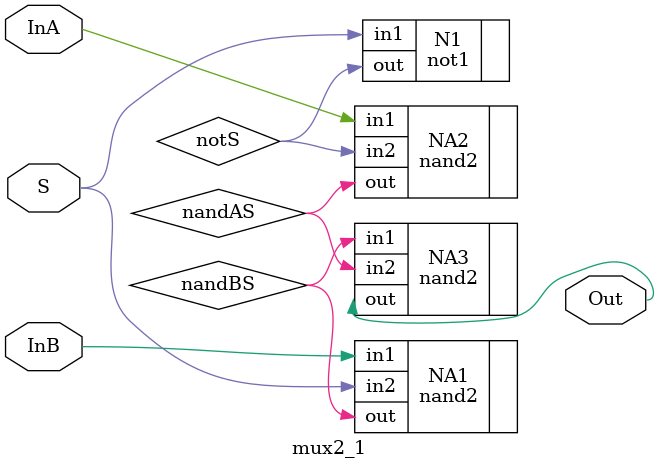
<source format=v>
module mux2_1(InA, InB, S, Out);
	// S   | 0  1
	// Out | A  B
	input InA;
	input InB;
	input S;
	output Out;

	wire notS;
	wire nandAS, nandBS;

	not1 N1(.in1(S), .out(notS));
	
	nand2 NA1(.in1(InB), .in2(S), .out(nandBS));
	nand2 NA2(.in1(InA), .in2(notS), .out(nandAS));

	nand2 NA3(.in1(nandBS), .in2(nandAS), .out(Out));

endmodule

</source>
